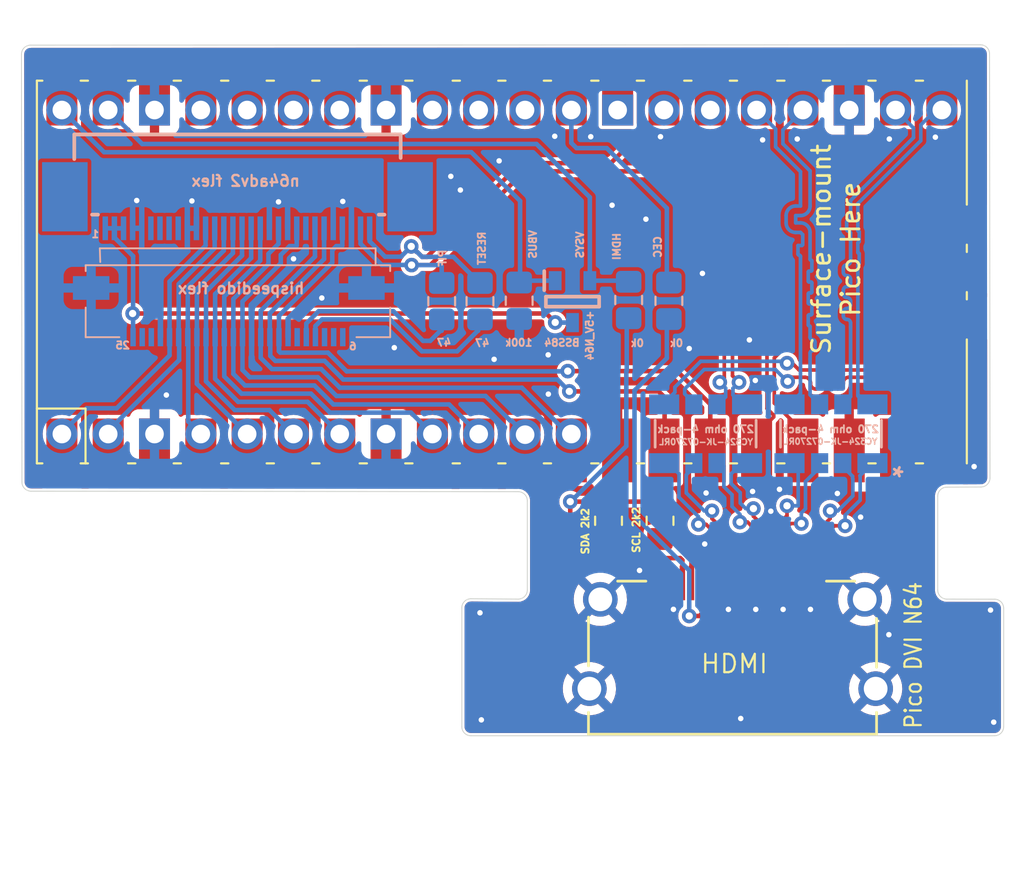
<source format=kicad_pcb>
(kicad_pcb (version 20211014) (generator pcbnew)
  (layers (0 "F.Cu" signal) (31 "B.Cu" signal) (34 "B.Paste" user) (35 "F.Paste" user) (36 "B.SilkS" user "B.Silkscreen") (37 "F.SilkS" user "F.Silkscreen") (38 "B.Mask" user) (39 "F.Mask" user) (44 "Edge.Cuts" user))
  (net 0 "")
  (net 1 "/PICO_CK-")
  (net 2 "/PICO_CK+")
  (net 3 "GND")
  (net 4 "/PICO_D0-")
  (net 5 "/PICO_D0+")
  (net 6 "/PICO_D1-")
  (net 7 "/PICO_D1+")
  (net 8 "/PICO_D2-")
  (net 9 "/PICO_D2+")
  (net 10 "/D2+")
  (net 11 "/D2-")
  (net 12 "/D1+")
  (net 13 "/D1-")
  (net 14 "/D0+")
  (net 15 "/D0-")
  (net 16 "/CK+")
  (net 17 "/CK-")
  (net 20 "AUDIO_BCLK")
  (net 21 "VIDEO_D0")
  (net 22 "VIDEO_D1")
  (net 23 "VIDEO_D2")
  (net 24 "VIDEO_D3")
  (net 25 "VIDEO_D4")
  (net 26 "VIDEO_D5")
  (net 27 "VIDEO_D6")
  (net 28 "VIDEO_CLK")
  (net 29 "AUDIO_LRCK")
  (net 30 "AUDIO_SDAT")
  (net 31 "+5V_HDMI")
  (net 32 "VIDEO_SYNC")
  (net 33 "+5V_N64")
  (net 34 "J3")
  (net 35 "J5")
  (net 36 "J4")
  (net 37 "SDA")
  (net 38 "SCL")
  (net 39 "VBUS")
  (net 40 "VSYS")
  (net 41 "CEC")
  (net 42 "CEC_CTRL")
  (net 43 "RESET")
  (net 44 "PIF")
  (footprint "Resistor_SMD:R_0805_2012Metric_Pad1.20x1.40mm_HandSolder" (layer "F.Cu") (at 154.85 104.8 -90)
    (fp_text reference "" hide)
    (fp_text value " " hide)
  )
  (footprint "dvi-sock:HDMI-SS-53000" (layer "F.Cu") (at 158.825 109.1125 180)
    (fp_text reference "J4" hide)
    (fp_text value "NOT_HDMI_A" hide)
  )
  (footprint "Resistor_SMD:R_0805_2012Metric_Pad1.20x1.40mm_HandSolder" (layer "F.Cu") (at 152.025 104.8 -90)
    (fp_text reference "" hide)
    (fp_text value " " hide)
  )
  (footprint "MCU_RaspberryPi_and_Boards:RPi_Pico_SMD_TH_Edit" (layer "F.Cu") (at 146.175 91.15 90)
    (fp_text reference "REF**" hide)
    (fp_text value "RPi_Pico_SMD_TH" hide)
  )
  (footprint "YC324:RES_YC324_YAG" (layer "B.Cu") (at 164.225 100.025 90)
    (fp_text reference "REF**" hide)
    (fp_text value "RES_YC324_YAG" hide)
  )
  (footprint "Resistor_SMD:R_0805_2012Metric_Pad1.20x1.40mm_HandSolder" (layer "B.Cu") (at 153.13 92.685 -90)
    (fp_text reference "" hide)
    (fp_text value " " hide)
  )
  (footprint "Resistor_SMD:R_0805_2012Metric_Pad1.20x1.40mm_HandSolder" (layer "B.Cu") (at 155.335 92.73 -90)
    (fp_text reference "" hide)
    (fp_text value " " hide)
  )
  (footprint "Resistor_SMD:R_0805_2012Metric_Pad1.20x1.40mm_HandSolder" (layer "B.Cu") (at 142.875 92.75 -90)
    (fp_text reference "" hide)
    (fp_text value " " hide)
  )
  (footprint "YC324:RES_YC324_YAG" (layer "B.Cu") (at 157.35 100.025 -90)
    (fp_text reference "REF**" hide)
    (fp_text value "RES_YC324_YAG" hide)
  )
  (footprint "Resistor_SMD:R_0805_2012Metric_Pad1.20x1.40mm_HandSolder" (layer "B.Cu") (at 144.975 92.75 -90)
    (fp_text reference "" hide)
    (fp_text value " " hide)
  )
  (footprint "n64adv2:FH12-30S-0.5SH" (layer "B.Cu") (at 131.675 85.5008)
    (fp_text reference "X1" hide)
    (fp_text value "3-1734592-0" hide)
  )
  (footprint "20pin connector KiCad:5051102091" (layer "B.Cu") (at 131.7 92.1)
    (fp_text reference "J**" hide)
    (fp_text value "5051102091" hide)
  )
  (footprint "Resistor_SMD:R_0805_2012Metric_Pad1.20x1.40mm_HandSolder" (layer "B.Cu") (at 147.125 92.725 -90)
    (fp_text reference "" hide)
    (fp_text value " " hide)
  )
  (footprint "BSS84:SOT95P240X120-3N" (layer "B.Cu") (at 150.05 92.775 -90)
    (fp_text reference "Q**" hide)
    (fp_text value "SOT95P240X120-3N" hide)
  )
  (gr_line (start 147.071447 103.203553) (end 120.353541 103.175) (layer "Edge.Cuts") (width 0.05))
  (gr_line (start 173.69646 109.60354) (end 173.69646 116.09646) (layer "Edge.Cuts") (width 0.05))
  (gr_arc (start 143.978536 109.578536) (mid 144.125 109.225) (end 144.478536 109.078536) (layer "Edge.Cuts") (width 0.05))
  (gr_arc (start 119.82854 79.2) (mid 119.975004 78.846464) (end 120.32854 78.7) (layer "Edge.Cuts") (width 0.05))
  (gr_arc (start 172.946461 102.446461) (mid 172.8 102.8) (end 172.446461 102.946461) (layer "Edge.Cuts") (width 0.05))
  (gr_arc (start 170.578516 109.096484) (mid 170.225 108.95) (end 170.078516 108.596484) (layer "Edge.Cuts") (width 0.05))
  (gr_arc (start 170.078553 103.453553) (mid 170.225013 103.100013) (end 170.578553 102.953553) (layer "Edge.Cuts") (width 0.05))
  (gr_line (start 173.19646 109.10354) (end 170.578516 109.096484) (layer "Edge.Cuts") (width 0.05))
  (gr_arc (start 120.353541 103.175) (mid 120 103.028538) (end 119.853541 102.675) (layer "Edge.Cuts") (width 0.05))
  (gr_arc (start 173.19646 109.10354) (mid 173.55 109.25) (end 173.69646 109.60354) (layer "Edge.Cuts") (width 0.05))
  (gr_line (start 119.853541 102.675) (end 119.82854 79.2) (layer "Edge.Cuts") (width 0.05))
  (gr_line (start 172.446461 102.946461) (end 170.578553 102.953553) (layer "Edge.Cuts") (width 0.05))
  (gr_line (start 143.978536 109.578536) (end 143.978511 116.096478) (layer "Edge.Cuts") (width 0.05))
  (gr_arc (start 172.421447 78.678553) (mid 172.774987 78.825013) (end 172.921447 79.178553) (layer "Edge.Cuts") (width 0.05))
  (gr_arc (start 144.478511 116.596478) (mid 144.125 116.45) (end 143.978511 116.096478) (layer "Edge.Cuts") (width 0.05))
  (gr_line (start 170.078553 103.453553) (end 170.078516 108.596484) (layer "Edge.Cuts") (width 0.05))
  (gr_line (start 120.32854 78.7) (end 172.421447 78.678553) (layer "Edge.Cuts") (width 0.05))
  (gr_arc (start 173.69646 116.09646) (mid 173.55 116.45) (end 173.19646 116.59646) (layer "Edge.Cuts") (width 0.05))
  (gr_line (start 173.19646 116.59646) (end 144.478511 116.596478) (layer "Edge.Cuts") (width 0.05))
  (gr_line (start 172.946461 102.446461) (end 172.921447 79.178553) (layer "Edge.Cuts") (width 0.05))
  (gr_line (start 147.07146 109.09646) (end 144.478536 109.078536) (layer "Edge.Cuts") (width 0.05))
  (gr_arc (start 147.071447 103.203553) (mid 147.425 103.35) (end 147.571447 103.703553) (layer "Edge.Cuts") (width 0.05))
  (gr_arc (start 147.57146 108.59646) (mid 147.425 108.95) (end 147.07146 109.09646) (layer "Edge.Cuts") (width 0.05))
  (gr_line (start 147.57146 108.59646) (end 147.571447 103.703553) (layer "Edge.Cuts") (width 0.05))
  (gr_text "VSYS" (at 150.46 89.66 90) (layer "B.SilkS") (effects (font (size 0.4 0.4) (thickness 0.1)) (justify mirror)))
  (gr_text "YC324-JK-07270RL" (at 164.2 100.45) (layer "B.SilkS") (effects (font (size 0.33 0.33) (thickness 0.0825)) (justify mirror)))
  (gr_text "47" (at 143 95.025) (layer "B.SilkS") (effects (font (size 0.4 0.4) (thickness 0.1)) (justify mirror)))
  (gr_text "25" (at 125.375 95.175) (layer "B.SilkS") (effects (font (size 0.4 0.4) (thickness 0.1)) (justify mirror)))
  (gr_text "6" (at 138 95.225) (layer "B.SilkS") (effects (font (size 0.4 0.4) (thickness 0.1)) (justify mirror)))
  (gr_text "100k" (at 147.1 95.025) (layer "B.SilkS") (effects (font (size 0.4 0.4) (thickness 0.1)) (justify mirror)))
  (gr_text "270 ohm 4-pack" (at 157.35 99.775) (layer "B.SilkS") (effects (font (size 0.4 0.4) (thickness 0.1)) (justify mirror)))
  (gr_text "CEC" (at 154.725 89.775 90) (layer "B.SilkS") (effects (font (size 0.4 0.4) (thickness 0.1)) (justify mirror)))
  (gr_text "YC324-JK-07270RL" (at 157.375 100.475) (layer "B.SilkS") (effects (font (size 0.33 0.33) (thickness 0.0825)) (justify mirror)))
  (gr_text "1" (at 123.875 89.075) (layer "B.SilkS") (effects (font (size 0.4 0.4) (thickness 0.1)) (justify mirror)))
  (gr_text "n64adv2 flex" (at 132.125 86.15) (layer "B.SilkS") (effects (font (size 0.6 0.6) (thickness 0.125)) (justify mirror)))
  (gr_text "47" (at 145.1 95.05) (layer "B.SilkS") (effects (font (size 0.4 0.4) (thickness 0.1)) (justify mirror)))
  (gr_text "0k" (at 155.75 95.05) (layer "B.SilkS") (effects (font (size 0.4 0.4) (thickness 0.1)) (justify mirror)))
  (gr_text "270 ohm 4-pack" (at 164.2 99.775) (layer "B.SilkS") (effects (font (size 0.4 0.4) (thickness 0.1)) (justify mirror)))
  (gr_text "0k" (at 153.6 95.05) (layer "B.SilkS") (effects (font (size 0.4 0.4) (thickness 0.1)) (justify mirror)))
  (gr_text "+5V_N64" (at 150.995 94.635 90) (layer "B.SilkS") (effects (font (size 0.4 0.4) (thickness 0.1)) (justify mirror)))
  (gr_text "BSS84" (at 149.47 95.03) (layer "B.SilkS") (effects (font (size 0.4 0.4) (thickness 0.1)) (justify mirror)))
  (gr_text "HDMI" (at 152.475 89.75 90) (layer "B.SilkS") (effects (font (size 0.4 0.4) (thickness 0.1)) (justify mirror)))
  (gr_text "PIF" (at 142.925 90.4 90) (layer "B.SilkS") (effects (font (size 0.4 0.4) (thickness 0.1)) (justify mirror)))
  (gr_text "VBUS" (at 147.875 89.63 90) (layer "B.SilkS") (effects (font (size 0.4 0.4) (thickness 0.1)) (justify mirror)))
  (gr_text "RESET" (at 145.075 89.85 90) (layer "B.SilkS") (effects (font (size 0.4 0.4) (thickness 0.1)) (justify mirror)))
  (gr_text "hispeedido flex" (at 131.875 92.05) (layer "B.SilkS") (effects (font (size 0.6 0.6) (thickness 0.125)) (justify mirror)))
  (gr_text "Pico DVI N64" (at 168.740649 112.180649 90) (layer "F.SilkS") (effects (font (size 0.9 0.8) (thickness 0.12))))
  (gr_text "SDA 2k2" (at 150.75 105.375 90) (layer "F.SilkS") (effects (font (size 0.4 0.4) (thickness 0.1))))
  (gr_text "HDMI" (at 158.925 112.65) (layer "F.SilkS") (effects (font (size 1 1) (thickness 0.125))))
  (gr_text "Surface-mount\nPico Here" (at 164.5 89.9 90) (layer "F.SilkS") (effects (font (size 1 1))))
  (gr_text "SCL 2k2" (at 153.55 105.3 90) (layer "F.SilkS") (effects (font (size 0.4 0.4) (thickness 0.1))))
  (segment (start 162.101091 96.151091) (end 162.475 96.525) (width 0.2) (layer "F.Cu") (net 1))
  (segment (start 162.475 96.525) (end 167.965686 96.525) (width 0.2) (layer "F.Cu") (net 1))
  (segment (start 169.075 97.634315) (end 169.075 99.1) (width 0.2) (layer "F.Cu") (net 1))
  (segment (start 167.965686 96.525) (end 169.075 97.634315) (width 0.2) (layer "F.Cu") (net 1))
  (segment (start 161.815555 96.151091) (end 162.101091 96.151091) (width 0.2) (layer "F.Cu") (net 1))
  (segment (start 169.075 99.1) (end 170.015 100.04) (width 0.2) (layer "F.Cu") (net 1))
  (segment (start 170.015 100.04) (end 170.305 100.04) (width 0.2) (layer "F.Cu") (net 1))
  (via (at 161.815555 96.151091) (size 0.8) (drill 0.4) (layers "F.Cu" "B.Cu") (net 1))
  (segment (start 155.6645 97.7481) (end 155.0767 98.3359) (width 0.2) (layer "B.Cu") (net 1))
  (segment (start 161.714464 96.05) (end 157.0818 96.05) (width 0.2) (layer "B.Cu") (net 1))
  (segment (start 155.0767 98.3359) (end 155.0767 98.4121) (width 0.2) (layer "B.Cu") (net 1))
  (segment (start 155.6645 97.4673) (end 155.6645 97.7481) (width 0.2) (layer "B.Cu") (net 1))
  (segment (start 157.0818 96.05) (end 155.6645 97.4673) (width 0.2) (layer "B.Cu") (net 1))
  (segment (start 161.815555 96.151091) (end 161.714464 96.05) (width 0.2) (layer "B.Cu") (net 1))
  (segment (start 168.675 97.8) (end 168.675 99.13) (width 0.2) (layer "F.Cu") (net 2))
  (segment (start 168.675 99.13) (end 167.765 100.04) (width 0.2) (layer "F.Cu") (net 2))
  (segment (start 167.8 96.925) (end 168.675 97.8) (width 0.2) (layer "F.Cu") (net 2))
  (segment (start 161.85 97.15) (end 162.075 96.925) (width 0.2) (layer "F.Cu") (net 2))
  (segment (start 163.7 97.270938) (end 163.7 97.225) (width 0.2) (layer "F.Cu") (net 2))
  (segment (start 164.9 97.270938) (end 164.9 97.225) (width 0.2) (layer "F.Cu") (net 2))
  (segment (start 165.2 96.925) (end 165.232419 96.925) (width 0.2) (layer "F.Cu") (net 2))
  (segment (start 162.075 96.925) (end 162.8 96.925) (width 0.2) (layer "F.Cu") (net 2))
  (segment (start 163.1 97.225) (end 163.1 97.270938) (width 0.2) (layer "F.Cu") (net 2))
  (segment (start 165.232419 96.925) (end 167.8 96.925) (width 0.2) (layer "F.Cu") (net 2))
  (segment (start 164.3 97.225) (end 164.3 97.270938) (width 0.2) (layer "F.Cu") (net 2))
  (via (at 161.85 97.15) (size 0.8) (drill 0.4) (layers "F.Cu" "B.Cu") (net 2))
  (arc (start 164.9 97.225) (mid 164.987868 97.012868) (end 165.2 96.925) (width 0.2) (layer "F.Cu") (net 2))
  (arc (start 163.7 97.225) (mid 163.787868 97.012868) (end 164 96.925) (width 0.2) (layer "F.Cu") (net 2))
  (arc (start 164.6 97.570938) (mid 164.812132 97.48307) (end 164.9 97.270938) (width 0.2) (layer "F.Cu") (net 2))
  (arc (start 164 96.925) (mid 164.212132 97.012868) (end 164.3 97.225) (width 0.2) (layer "F.Cu") (net 2))
  (arc (start 164.3 97.270938) (mid 164.387868 97.48307) (end 164.6 97.570938) (width 0.2) (layer "F.Cu") (net 2))
  (arc (start 163.4 97.570938) (mid 163.612132 97.48307) (end 163.7 97.270938) (width 0.2) (layer "F.Cu") (net 2))
  (arc (start 163.1 97.270938) (mid 163.187868 97.48307) (end 163.4 97.570938) (width 0.2) (layer "F.Cu") (net 2))
  (arc (start 162.8 96.925) (mid 163.012132 97.012868) (end 163.1 97.225) (width 0.2) (layer "F.Cu") (net 2))
  (segment (start 156.2022 97.566) (end 156.2022 97.8358) (width 0.2) (layer "B.Cu") (net 2))
  (segment (start 156.2022 97.8358) (end 156.7023 98.3359) (width 0.2) (layer "B.Cu") (net 2))
  (segment (start 161.85 97.15) (end 161.824514 97.15) (width 0.2) (layer "B.Cu") (net 2))
  (segment (start 161.174514 96.5) (end 157.2682 96.5) (width 0.2) (layer "B.Cu") (net 2))
  (segment (start 156.7023 98.3359) (end 156.7023 98.4121) (width 0.2) (layer "B.Cu") (net 2))
  (segment (start 157.2682 96.5) (end 156.2022 97.566) (width 0.2) (layer "B.Cu") (net 2))
  (segment (start 161.824514 97.15) (end 161.174514 96.5) (width 0.2) (layer "B.Cu") (net 2))
  (segment (start 155.585218 109.660109) (end 155.6 109.645327) (width 0.25) (layer "F.Cu") (net 3))
  (segment (start 160.075 109.6375) (end 160.1 109.6625) (width 0.25) (layer "F.Cu") (net 3))
  (segment (start 160.075 108.2125) (end 160.075 109.6375) (width 0.25) (layer "F.Cu") (net 3))
  (segment (start 158.6 108.2125) (end 158.6 109.6625) (width 0.25) (layer "F.Cu") (net 3))
  (segment (start 163.1 109.6625) (end 163.1 108.2375) (width 0.25) (layer "F.Cu") (net 3))
  (segment (start 155.6 109.645327) (end 155.6 108.2125) (width 0.25) (layer "F.Cu") (net 3))
  (segment (start 163.1 108.2375) (end 163.075 108.2125) (width 0.25) (layer "F.Cu") (net 3))
  (segment (start 161.6 108.2125) (end 161.6 109.6625) (width 0.25) (layer "F.Cu") (net 3))
  (via (at 129.175 87.25) (size 0.6) (drill 0.3) (layers "F.Cu" "B.Cu") (net 3))
  (via (at 146.025 85.05) (size 0.6) (drill 0.3) (layers "F.Cu" "B.Cu") (net 3))
  (via (at 167.425 83.85) (size 0.6) (drill 0.3) (layers "F.Cu" "B.Cu") (net 3))
  (via (at 157.175 91.225) (size 0.6) (drill 0.3) (layers "F.Cu" "B.Cu") (net 3))
  (via (at 157.375 103.275) (size 0.6) (drill 0.3) (layers "F.Cu" "B.Cu") (net 3))
  (via (at 161.6 109.6625) (size 0.6) (drill 0.3) (layers "F.Cu" "B.Cu") (net 3))
  (via (at 160.475 83.9) (size 0.6) (drill 0.3) (layers "F.Cu" "B.Cu") (net 3))
  (via (at 143.375 85.9) (size 0.6) (drill 0.3) (layers "F.Cu" "B.Cu") (net 3))
  (via (at 169.95 83.75) (size 0.6) (drill 0.3) (layers "F.Cu" "B.Cu") (net 3))
  (via (at 140.275 95.3) (size 0.6) (drill 0.3) (layers "F.Cu" "B.Cu") (net 3))
  (via (at 160.925 104.275) (size 0.6) (drill 0.3) (layers "F.Cu" "B.Cu") (net 3))
  (via (at 126.15 87.225) (size 0.6) (drill 0.3) (layers "F.Cu" "B.Cu") (net 3))
  (via (at 153.725 107.525) (size 0.6) (drill 0.3) (layers "F.Cu" "B.Cu") (net 3))
  (via (at 173.15 115.85) (size 0.6) (drill 0.3) (layers "F.Cu" "B.Cu") (net 3))
  (via (at 145.75 95.94016) (size 0.6) (drill 0.3) (layers "F.Cu" "B.Cu") (net 3))
  (via (at 154.875 83.725) (size 0.6) (drill 0.3) (layers "F.Cu" "B.Cu") (net 3))
  (via (at 127.775 97.9) (size 0.6) (drill 0.3) (layers "F.Cu" "B.Cu") (net 3))
  (via (at 151.05 83.725) (size 0.6) (drill 0.3) (layers "F.Cu" "B.Cu") (net 3))
  (via (at 154.075 88.25) (size 0.6) (drill 0.3) (layers "F.Cu" "B.Cu") (net 3))
  (via (at 164.575 103.3) (size 0.6) (drill 0.3) (layers "F.Cu" "B.Cu") (net 3))
  (via (at 158.6 109.6625) (size 0.6) (drill 0.3) (layers "F.Cu" "B.Cu") (net 3))
  (via (at 159.75 94.875) (size 0.6) (drill 0.3) (layers "F.Cu" "B.Cu") (net 3))
  (via (at 133.925 87.3) (size 0.6) (drill 0.3) (layers "F.Cu" "B.Cu") (net 3))
  (via (at 144.975 109.85) (size 0.6) (drill 0.3) (layers "F.Cu" "B.Cu") (net 3))
  (via (at 136.3 92.575) (size 0.6) (drill 0.3) (layers "F.Cu" "B.Cu") (net 3))
  (via (at 160.1 109.6625) (size 0.6) (drill 0.3) (layers "F.Cu" "B.Cu") (net 3))
  (via (at 163.1 109.6625) (size 0.6) (drill 0.3) (layers "F.Cu" "B.Cu") (net 3))
  (via (at 157.3 106.075) (size 0.6) (drill 0.3) (layers "F.Cu" "B.Cu") (net 3))
  (via (at 162.375 83.85) (size 0.6) (drill 0.3) (layers "F.Cu" "B.Cu") (net 3))
  (via (at 167.4 111.05) (size 0.6) (drill 0.3) (layers "F.Cu" "B.Cu") (net 3))
  (via (at 165.85 104.6) (size 0.6) (drill 0.3) (layers "F.Cu" "B.Cu") (net 3))
  (via (at 145.05 115.725) (size 0.6) (drill 0.3) (layers "F.Cu" "B.Cu") (net 3))
  (via (at 159.275 115.65) (size 0.6) (drill 0.3) (layers "F.Cu" "B.Cu") (net 3))
  (via (at 137.45 87.275) (size 0.6) (drill 0.3) (layers "F.Cu" "B.Cu") (net 3))
  (via (at 172.075 101.825) (size 0.6) (drill 0.3) (layers "F.Cu" "B.Cu") (net 3))
  (via (at 160.075 97.0995) (size 0.6) (drill 0.3) (layers "F.Cu" "B.Cu") (net 3))
  (via (at 155.585218 109.660109) (size 0.6) (drill 0.3) (layers "F.Cu" "B.Cu") (net 3))
  (via (at 148.715 95.695) (size 0.6) (drill 0.3) (layers "F.Cu" "B.Cu") (net 3))
  (via (at 143.9 86.65) (size 0.6) (drill 0.3) (layers "F.Cu" "B.Cu") (net 3))
  (via (at 149.075 83.7) (size 0.6) (drill 0.3) (layers "F.Cu" "B.Cu") (net 3))
  (via (at 161.4 103.075) (size 0.6) (drill 0.3) (layers "F.Cu" "B.Cu") (net 3))
  (via (at 148.725 97.85) (size 0.6) (drill 0.3) (layers "F.Cu" "B.Cu") (net 3))
  (via (at 159.925 103.189502) (size 0.6) (drill 0.3) (layers "F.Cu" "B.Cu") (net 3))
  (via (at 172.975 109.7) (size 0.6) (drill 0.3) (layers "F.Cu" "B.Cu") (net 3))
  (via (at 156.45 95.35) (size 0.6) (drill 0.3) (layers "F.Cu" "B.Cu") (net 3))
  (via (at 152.22 87.485) (size 0.6) (drill 0.3) (layers "F.Cu" "B.Cu") (net 3))
  (via (at 134.75 90.425) (size 0.6) (drill 0.3) (layers "F.Cu" "B.Cu") (net 3))
  (segment (start 134.45 94.75) (end 134.45 94.1) (width 0.25) (layer "B.Cu") (net 3))
  (segment (start 160.525 91.4) (end 161.474593 92.349593) (width 0.2) (layer "F.Cu") (net 4))
  (segment (start 161.474593 95.502103) (end 161.115555 95.861141) (width 0.2) (layer "F.Cu") (net 4))
  (segment (start 158.127324 97.1995) (end 158.374053 96.952771) (width 0.2) (layer "F.Cu") (net 4))
  (segment (start 158.374053 96.952771) (end 158.374053 92.485261) (width 0.2) (layer "F.Cu") (net 4))
  (segment (start 161.474593 92.349593) (end 161.474593 95.502103) (width 0.2) (layer "F.Cu") (net 4))
  (segment (start 161.115555 95.861141) (end 161.115555 98.340555) (width 0.2) (layer "F.Cu") (net 4))
  (segment (start 162.685 99.91) (end 162.685 100.04) (width 0.2) (layer "F.Cu") (net 4))
  (segment (start 158.374053 92.485261) (end 159.459314 91.4) (width 0.2) (layer "F.Cu") (net 4))
  (segment (start 161.115555 98.340555) (end 162.685 99.91) (width 0.2) (layer "F.Cu") (net 4))
  (segment (start 159.459314 91.4) (end 160.525 91.4) (width 0.2) (layer "F.Cu") (net 4))
  (via (at 158.127324 97.1995) (size 0.8) (drill 0.4) (layers "F.Cu" "B.Cu") (net 4))
  (segment (start 158.45 98) (end 158.0379 98.4121) (width 0.2) (layer "B.Cu") (net 4))
  (segment (start 158.0379 98.4121) (end 157.9723 98.4121) (width 0.2) (layer "B.Cu") (net 4))
  (segment (start 158.45 97.522176) (end 158.45 98) (width 0.2) (layer "B.Cu") (net 4))
  (segment (start 158.127324 97.1995) (end 158.45 97.522176) (width 0.2) (layer "B.Cu") (net 4))
  (segment (start 158.824055 93.224055) (end 158.824055 92.600945) (width 0.2) (layer "F.Cu") (net 5))
  (segment (start 160.715555 98.640555) (end 161.085 99.01) (width 0.2) (layer "F.Cu") (net 5))
  (segment (start 161.085 99.1) (end 160.145 100.04) (width 0.2) (layer "F.Cu") (net 5))
  (segment (start 159.476777 93.524055) (end 159.124055 93.524055) (width 0.2) (layer "F.Cu") (net 5))
  (segment (start 161.024593 95.386417) (end 160.715555 95.695455) (width 0.2) (layer "F.Cu") (net 5))
  (segment (start 159.181306 97.201554) (end 158.824055 96.844303) (width 0.2) (layer "F.Cu") (net 5))
  (segment (start 161.024593 92.574593) (end 161.024593 95.386417) (width 0.2) (layer "F.Cu") (net 5))
  (segment (start 160.715555 95.695455) (end 160.715555 98.640555) (width 0.2) (layer "F.Cu") (net 5))
  (segment (start 161.085 99.01) (end 161.085 99.1) (width 0.2) (layer "F.Cu") (net 5))
  (segment (start 158.824055 92.600945) (end 159.625 91.8) (width 0.2) (layer "F.Cu") (net 5))
  (segment (start 158.824055 96.844303) (end 158.824055 94.424055) (width 0.2) (layer "F.Cu") (net 5))
  (segment (start 160.25 91.8) (end 161.024593 92.574593) (width 0.2) (layer "F.Cu") (net 5))
  (segment (start 159.625 91.8) (end 160.25 91.8) (width 0.2) (layer "F.Cu") (net 5))
  (segment (start 159.124055 94.124055) (end 159.476777 94.124055) (width 0.2) (layer "F.Cu") (net 5))
  (via (at 159.181306 97.201554) (size 0.8) (drill 0.4) (layers "F.Cu" "B.Cu") (net 5))
  (arc (start 159.776777 93.824055) (mid 159.688909 93.611923) (end 159.476777 93.524055) (width 0.2) (layer "F.Cu") (net 5))
  (arc (start 158.824055 94.424055) (mid 158.911923 94.211923) (end 159.124055 94.124055) (width 0.2) (layer "F.Cu") (net 5))
  (arc (start 159.124055 93.524055) (mid 158.911923 93.436187) (end 158.824055 93.224055) (width 0.2) (layer "F.Cu") (net 5))
  (arc (start 159.476777 94.124055) (mid 159.688909 94.036187) (end 159.776777 93.824055) (width 0.2) (layer "F.Cu") (net 5))
  (segment (start 158.85 97.53286) (end 158.85 97.9) (width 0.2) (layer "B.Cu") (net 5))
  (segment (start 159.3621 98.4121) (end 159.6233 98.4121) (width 0.2) (layer "B.Cu") (net 5))
  (segment (start 158.85 97.9) (end 159.3621 98.4121) (width 0.2) (layer "B.Cu") (net 5))
  (segment (start 159.181306 97.201554) (end 158.85 97.53286) (width 0.2) (layer "B.Cu") (net 5))
  (segment (start 162.629839 89.695161) (end 162.675 89.65) (width 0.2) (layer "B.Cu") (net 6))
  (segment (start 162.675 89.65) (end 162.675 89.1) (width 0.2) (layer "B.Cu") (net 6))
  (segment (start 162.675 89.1) (end 162.5522 88.9772) (width 0.2) (layer "B.Cu") (net 6))
  (segment (start 161.19 83.305) (end 160.145 82.26) (width 0.2) (layer "B.Cu") (net 6))
  (segment (start 161.19 84.280686) (end 161.19 83.305) (width 0.2) (layer "B.Cu") (net 6))
  (segment (start 162.5522 88.9772) (end 162.2897 88.9772) (width 0.2) (layer "B.Cu") (net 6))
  (segment (start 162.5522 97.8116) (end 162.5522 90.295161) (width 0.2) (layer "B.Cu") (net 6))
  (segment (start 162.2897 87.5272) (end 162.5522 87.5272) (width 0.2) (layer "B.Cu") (net 6))
  (segment (start 162.5522 87.5272) (end 162.5522 85.642886) (width 0.2) (layer "B.Cu") (net 6))
  (segment (start 162.5522 85.642886) (end 161.19 84.280686) (width 0.2) (layer "B.Cu") (net 6))
  (segment (start 161.9517 98.4121) (end 162.5522 97.8116) (width 0.2) (layer "B.Cu") (net 6))
  (segment (start 161.7647 88.4522) (end 161.7647 88.0522) (width 0.2) (layer "B.Cu") (net 6))
  (segment (start 162.416277 89.695161) (end 162.629839 89.695161) (width 0.2) (layer "B.Cu") (net 6))
  (segment (start 162.484239 90.2272) (end 162.484238 90.2272) (width 0.2) (layer "B.Cu") (net 6))
  (segment (start 162.416277 90.159239) (end 162.416277 89.695161) (width 0.2) (layer "B.Cu") (net 6))
  (arc (start 161.7647 88.0522) (mid 161.918469 87.680969) (end 162.2897 87.5272) (width 0.2) (layer "B.Cu") (net 6))
  (arc (start 162.2897 88.9772) (mid 161.918469 88.823431) (end 161.7647 88.4522) (width 0.2) (layer "B.Cu") (net 6))
  (arc (start 162.5522 90.295161) (mid 162.532295 90.247105) (end 162.484239 90.2272) (width 0.2) (layer "B.Cu") (net 6))
  (arc (start 162.484238 90.2272) (mid 162.436182 90.207295) (end 162.416277 90.159239) (width 0.2) (layer "B.Cu") (net 6))
  (segment (start 163.0772 92.8978) (end 163.1272 92.8978) (width 0.2) (layer "B.Cu") (net 7))
  (segment (start 163.1772 90.5478) (end 163.1772 91.0478) (width 0.2) (layer "B.Cu") (net 7))
  (segment (start 163.0772 93.4978) (end 163.0272 93.4978) (width 0.2) (layer "B.Cu") (net 7))
  (segment (start 163.213274 95.463273) (end 163.213273 95.463273) (width 0.2) (layer "B.Cu") (net 7))
  (segment (start 163.0772 88.9772) (end 163.0772 90.4478) (width 0.2) (layer "B.Cu") (net 7))
  (segment (start 161.59 84.115) (end 163.0772 85.6022) (width 0.2) (layer "B.Cu") (net 7))
  (segment (start 163.1772 91.7478) (end 163.1772 92.2478) (width 0.2) (layer "B.Cu") (net 7))
  (segment (start 163.0272 92.8978) (end 163.0772 92.8978) (width 0.2) (layer "B.Cu") (net 7))
  (segment (start 163.0772 95.9272) (end 163.0772 97.8866) (width 0.2) (layer "B.Cu") (net 7))
  (segment (start 163.0772 92.2978) (end 163.0272 92.2978) (width 0.2) (layer "B.Cu") (net 7))
  (segment (start 163.349347 94.999346) (end 163.349347 95.3272) (width 0.2) (layer "B.Cu") (net 7))
  (segment (start 163.1272 93.4978) (end 163.0772 93.4978) (width 0.2) (layer "B.Cu") (net 7))
  (segment (start 163.0272 91.6978) (end 163.0772 91.6978) (width 0.2) (layer "B.Cu") (net 7))
  (segment (start 161.59 83.355) (end 161.59 84.115) (width 0.2) (layer "B.Cu") (net 7))
  (segment (start 163.0772 97.8866) (end 163.6027 98.4121) (width 0.2) (layer "B.Cu") (net 7))
  (segment (start 162.5522 88.0522) (end 162.2897 88.0522) (width 0.2) (layer "B.Cu") (net 7))
  (segment (start 163.1772 92.9478) (end 163.1772 93.4478) (width 0.2) (layer "B.Cu") (net 7))
  (segment (start 162.2897 88.0522) (end 162.2897 88.4522) (width 0.2) (layer "B.Cu") (net 7))
  (segment (start 163.1272 92.2978) (end 163.0772 92.2978) (width 0.2) (layer "B.Cu") (net 7))
  (segment (start 162.9772 91.1478) (end 162.9772 91.6478) (width 0.2) (layer "B.Cu") (net 7))
  (segment (start 163.0772 94.1478) (end 163.0772 94.7272) (width 0.2) (layer "B.Cu") (net 7))
  (segment (start 162.685 82.26) (end 161.59 83.355) (width 0.2) (layer "B.Cu") (net 7))
  (segment (start 162.2897 88.4522) (end 162.5522 88.4522) (width 0.2) (layer "B.Cu") (net 7))
  (segment (start 163.0772 95.599346) (end 163.0772 95.9272) (width 0.2) (layer "B.Cu") (net 7))
  (segment (start 162.9772 92.3478) (end 162.9772 92.8478) (width 0.2) (layer "B.Cu") (net 7))
  (segment (start 162.9772 93.5478) (end 162.9772 94.0478) (width 0.2) (layer "B.Cu") (net 7))
  (segment (start 163.213273 94.863273) (end 163.213274 94.863273) (width 0.2) (layer "B.Cu") (net 7))
  (segment (start 163.0772 85.6022) (end 163.0772 87.5272) (width 0.2) (layer "B.Cu") (net 7))
  (segment (start 163.1272 91.0978) (end 163.0772 91.0978) (width 0.2) (layer "B.Cu") (net 7))
  (segment (start 163.0772 91.6978) (end 163.1272 91.6978) (width 0.2) (layer "B.Cu") (net 7))
  (segment (start 163.0772 91.0978) (end 163.0272 91.0978) (width 0.2) (layer "B.Cu") (net 7))
  (arc (start 163.1272 91.6978) (mid 163.162555 91.712445) (end 163.1772 91.7478) (width 0.2) (layer "B.Cu") (net 7))
  (arc (start 163.1272 92.8978) (mid 163.162555 92.912445) (end 163.1772 92.9478) (width 0.2) (layer "B.Cu") (net 7))
  (arc (start 162.9772 91.6478) (mid 162.991845 91.683155) (end 163.0272 91.6978) (width 0.2) (layer "B.Cu") (net 7))
  (arc (start 163.0772 87.5272) (mid 162.923431 87.898431) (end 162.5522 88.0522) (width 0.2) (layer "B.Cu") (net 7))
  (arc (start 162.9772 92.8478) (mid 162.991845 92.883155) (end 163.0272 92.8978) (width 0.2) (layer "B.Cu") (net 7))
  (arc (start 163.0272 93.4978) (mid 162.991845 93.512445) (end 162.9772 93.5478) (width 0.2) (layer "B.Cu") (net 7))
  (arc (start 163.0772 90.4478) (mid 163.091845 90.483155) (end 163.1272 90.4978) (width 0.2) (layer "B.Cu") (net 7))
  (arc (start 162.9772 94.0478) (mid 162.991845 94.083155) (end 163.0272 94.0978) (width 0.2) (layer "B.Cu") (net 7))
  (arc (start 163.213274 94.863273) (mid 163.309492 94.903128) (end 163.349347 94.999346) (width 0.2) (layer "B.Cu") (net 7))
  (arc (start 163.0272 94.0978) (mid 163.062555 94.112445) (end 163.0772 94.1478) (width 0.2) (layer "B.Cu") (net 7))
  (arc (start 163.1272 90.4978) (mid 163.162555 90.512445) (end 163.1772 90.5478) (width 0.2) (layer "B.Cu") (net 7))
  (arc (start 163.0772 94.7272) (mid 163.117055 94.823418) (end 163.213273 94.863273) (width 0.2) (layer "B.Cu") (net 7))
  (arc (start 163.0272 91.0978) (mid 162.991845 91.112445) (end 162.9772 91.1478) (width 0.2) (layer "B.Cu") (net 7))
  (arc (start 162.5522 88.4522) (mid 162.923431 88.605969) (end 163.0772 88.9772) (width 0.2) (layer "B.Cu") (net 7))
  (arc (start 163.1772 93.4478) (mid 163.162555 93.483155) (end 163.1272 93.4978) (width 0.2) (layer "B.Cu") (net 7))
  (arc (start 163.1772 92.2478) (mid 163.162555 92.283155) (end 163.1272 92.2978) (width 0.2) (layer "B.Cu") (net 7))
  (arc (start 163.1772 91.0478) (mid 163.162555 91.083155) (end 163.1272 91.0978) (width 0.2) (layer "B.Cu") (net 7))
  (arc (start 163.0272 92.2978) (mid 162.991845 92.312445) (end 162.9772 92.3478) (width 0.2) (layer "B.Cu") (net 7))
  (arc (start 163.349347 95.3272) (mid 163.309492 95.423418) (end 163.213274 95.463273) (width 0.2) (layer "B.Cu") (net 7))
  (arc (start 163.213273 95.463273) (mid 163.117055 95.503128) (end 163.0772 95.599346) (width 0.2) (layer "B.Cu") (net 7))
  (segment (start 165.3 92.75) (end 165.3 92.95) (width 0.2) (layer "B.Cu") (net 8))
  (segment (start 164.9 93.35) (end 164.9 93.55) (width 0.2) (layer "B.Cu") (net 8))
  (segment (start 164.9 90.95) (end 164.9 91.15) (width 0.2) (layer "B.Cu") (net 8))
  (segment (start 165.085716 88.414284) (end 165.085716 88.8) (width 0.2) (layer "B.Cu") (net 8))
  (segment (start 168.75 83.775) (end 165.3 87.225) (width 0.2) (layer "B.Cu") (net 8))
  (segment (start 165.3 91.55) (end 165.3 91.75) (width 0.2) (layer "B.Cu") (net 8))
  (segment (start 165.3 89.014284) (end 165.3 89.4) (width 0.2) (layer "B.Cu") (net 8))
  (segment (start 165.3 93.95) (end 165.3 94.15) (width 0.2) (layer "B.Cu") (net 8))
  (segment (start 165.3 87.225) (end 165.3 88.2) (width 0.2) (layer "B.Cu") (net 8))
  (segment (start 167.765 82.26) (end 168.75 83.245) (width 0.2) (layer "B.Cu") (net 8))
  (segment (start 168.75 83.245) (end 168.75 83.775) (width 0.2) (layer "B.Cu") (net 8))
  (segment (start 164.9 92.15) (end 164.9 92.35) (width 0.2) (layer "B.Cu") (net 8))
  (segment (start 165.3 94.15) (end 165.3 97.984801) (width 0.2) (layer "B.Cu") (net 8))
  (segment (start 165.3 89.4) (end 165.3 90.55) (width 0.2) (layer "B.Cu") (net 8))
  (segment (start 165.3 97.984801) (end 164.872701 98.4121) (width 0.2) (layer "B.Cu") (net 8))
  (arc (start 164.9 93.55) (mid 164.958579 93.691421) (end 165.1 93.75) (width 0.2) (layer "B.Cu") (net 8))
  (arc (start 164.9 92.35) (mid 164.958579 92.491421) (end 165.1 92.55) (width 0.2) (layer "B.Cu") (net 8))
  (arc (start 165.1 91.95) (mid 164.958579 92.008579) (end 164.9 92.15) (width 0.2) (layer "B.Cu") (net 8))
  (arc (start 165.3 90.55) (mid 165.241421 90.691421) (end 165.1 90.75) (width 0.2) (layer "B.Cu") (net 8))
  (arc (start 165.192858 88.907142) (mid 165.268619 88.938523) (end 165.3 89.014284) (width 0.2) (layer "B.Cu") (net 8))
  (arc (start 165.1 91.35) (mid 165.241421 91.408579) (end 165.3 91.55) (width 0.2) (layer "B.Cu") (net 8))
  (arc (start 165.3 88.2) (mid 165.268619 88.275761) (end 165.192858 88.307142) (width 0.2) (layer "B.Cu") (net 8))
  (arc (start 165.3 92.95) (mid 165.241421 93.091421) (end 165.1 93.15) (width 0.2) (layer "B.Cu") (net 8))
  (arc (start 165.1 93.15) (mid 164.958579 93.208579) (end 164.9 93.35) (width 0.2) (layer "B.Cu") (net 8))
  (arc (start 165.1 93.75) (mid 165.241421 93.808579) (end 165.3 93.95) (width 0.2) (layer "B.Cu") (net 8))
  (arc (start 165.3 91.75) (mid 165.241421 91.891421) (end 165.1 91.95) (width 0.2) (layer "B.Cu") (net 8))
  (arc (start 165.1 90.75) (mid 164.958579 90.808579) (end 164.9 90.95) (width 0.2) (layer "B.Cu") (net 8))
  (arc (start 164.9 91.15) (mid 164.958579 91.291421) (end 165.1 91.35) (width 0.2) (layer "B.Cu") (net 8))
  (arc (start 165.085716 88.8) (mid 165.117097 88.875761) (end 165.192858 88.907142) (width 0.2) (layer "B.Cu") (net 8))
  (arc (start 165.192858 88.307142) (mid 165.117097 88.338523) (end 165.085716 88.414284) (width 0.2) (layer "B.Cu") (net 8))
  (arc (start 165.1 92.55) (mid 165.241421 92.608579) (end 165.3 92.75) (width 0.2) (layer "B.Cu") (net 8))
  (segment (start 165.774845 90.149844) (end 165.774845 90.675) (width 0.2) (layer "B.Cu") (net 9))
  (segment (start 169.15 83.079315) (end 169.15 83.940686) (width 0.2) (layer "B.Cu") (net 9))
  (segment (start 165.737423 89.512422) (end 165.737422 89.512422) (width 0.2) (layer "B.Cu") (net 9))
  (segment (start 165.7 90.749844) (end 165.7 91.275) (width 0.2) (layer "B.Cu") (net 9))
  (segment (start 170.305 82.26) (end 169.969315 82.26) (width 0.2) (layer "B.Cu") (net 9))
  (segment (start 165.7 97.875) (end 166.2371 98.4121) (width 0.2) (layer "B.Cu") (net 9))
  (segment (start 166.2371 98.4121) (end 166.4983 98.4121) (width 0.2) (layer "B.Cu") (net 9))
  (segment (start 169.15 83.940686) (end 165.7 87.390686) (width 0.2) (layer "B.Cu") (net 9))
  (segment (start 165.774845 88.949844) (end 165.774845 89.475) (width 0.2) (layer "B.Cu") (net 9))
  (segment (start 169.969315 82.26) (end 169.15 83.079315) (width 0.2) (layer "B.Cu") (net 9))
  (segment (start 165.7 89.549844) (end 165.7 90.075) (width 0.2) (layer "B.Cu") (net 9))
  (segment (start 165.737423 90.712422) (end 165.737422 90.712422) (width 0.2) (layer "B.Cu") (net 9))
  (segment (start 165.737422 90.112422) (end 165.737423 90.112422) (width 0.2) (layer "B.Cu") (net 9))
  (segment (start 165.737422 88.912422) (end 165.737423 88.912422) (width 0.2) (layer "B.Cu") (net 9))
  (segment (start 165.7 87.390686) (end 165.7 88.875) (width 0.2) (layer "B.Cu") (net 9))
  (segment (start 166.1621 98.4121) (end 165.7 97.95) (width 0.2) (layer "B.Cu") (net 9))
  (segment (start 165.7 91.275) (end 165.7 97.875) (width 0.2) (layer "B.Cu") (net 9))
  (arc (start 165.737422 90.712422) (mid 165.710961 90.723383) (end 165.7 90.749844) (width 0.2) (layer "B.Cu") (net 9))
  (arc (start 165.737423 90.112422) (mid 165.763884 90.123383) (end 165.774845 90.149844) (width 0.2) (layer "B.Cu") (net 9))
  (arc (start 165.774845 90.675) (mid 165.763884 90.701461) (end 165.737423 90.712422) (width 0.2) (layer "B.Cu") (net 9))
  (arc (start 165.774845 89.475) (mid 165.763884 89.501461) (end 165.737423 89.512422) (width 0.2) (layer "B.Cu") (net 9))
  (arc (start 165.7 90.075) (mid 165.710961 90.101461) (end 165.737422 90.112422) (width 0.2) (layer "B.Cu") (net 9))
  (arc (start 165.737422 89.512422) (mid 165.710961 89.523383) (end 165.7 89.549844) (width 0.2) (layer "B.Cu") (net 9))
  (arc (start 165.7 88.875) (mid 165.710961 88.901461) (end 165.737422 88.912422) (width 0.2) (layer "B.Cu") (net 9))
  (arc (start 165.737423 88.912422) (mid 165.763884 88.923383) (end 165.774845 88.949844) (width 0.2) (layer "B.Cu") (net 9))
  (segment (start 163.575 106.787499) (end 163.575 108.2125) (width 0.2) (layer "F.Cu") (net 10))
  (segment (start 163.3 106.512499) (end 163.575 106.787499) (width 0.2) (layer "F.Cu") (net 10))
  (segment (start 165 105.075) (end 164.418199 105.075) (width 0.2) (layer "F.Cu") (net 10))
  (segment (start 163.3 106.193199) (end 163.3 106.512499) (width 0.2) (layer "F.Cu") (net 10))
  (segment (start 164.418199 105.075) (end 163.3 106.193199) (width 0.2) (layer "F.Cu") (net 10))
  (via (at 165 105.075) (size 0.8) (drill 0.4) (layers "F.Cu" "B.Cu") (net 10))
  (segment (start 165 104.493199) (end 165.825 103.668199) (width 0.2) (layer "B.Cu") (net 10))
  (segment (start 165 105.075) (end 165 104.493199) (width 0.2) (layer "B.Cu") (net 10))
  (segment (start 165.825 102.3388) (end 165.8112 102.325) (width 0.2) (layer "B.Cu") (net 10))
  (segment (start 165.8112 102.325) (end 166.4983 101.6379) (width 0.2) (layer "B.Cu") (net 10))
  (segment (start 165.825 103.668199) (end 165.825 102.3388) (width 0.2) (layer "B.Cu") (net 10))
  (segment (start 162.85 106.512499) (end 162.575 106.787499) (width 0.2) (layer "F.Cu") (net 11))
  (segment (start 162.575 106.787499) (end 162.575 108.2125) (width 0.2) (layer "F.Cu") (net 11))
  (segment (start 162.85 106.006801) (end 162.85 106.512499) (width 0.2) (layer "F.Cu") (net 11))
  (segment (start 164.178768 104.678033) (end 162.85 106.006801) (width 0.2) (layer "F.Cu") (net 11))
  (segment (start 164.178768 104.253768) (end 164.178768 104.678033) (width 0.2) (layer "F.Cu") (net 11))
  (via (at 164.178768 104.253768) (size 0.8) (drill 0.4) (layers "F.Cu" "B.Cu") (net 11))
  (segment (start 165.425 103.431801) (end 165.425 102.504486) (width 0.2) (layer "B.Cu") (net 11))
  (segment (start 164.603033 104.253768) (end 165.425 103.431801) (width 0.2) (layer "B.Cu") (net 11))
  (segment (start 165.425 102.504486) (end 165.4112 102.490686) (width 0.2) (layer "B.Cu") (net 11))
  (segment (start 164.178768 104.253768) (end 164.603033 104.253768) (width 0.2) (layer "B.Cu") (net 11))
  (segment (start 165.4112 102.490686) (end 165.4112 102.3612) (width 0.2) (layer "B.Cu") (net 11))
  (segment (start 165.4112 102.3612) (end 164.872701 101.822701) (width 0.2) (layer "B.Cu") (net 11))
  (segment (start 162.6 104.95) (end 162.018199 104.95) (width 0.2) (layer "F.Cu") (net 12))
  (segment (start 161.8 106.512499) (end 162.075 106.787499) (width 0.2) (layer "F.Cu") (net 12))
  (segment (start 161.8 105.168199) (end 161.8 106.512499) (width 0.2) (layer "F.Cu") (net 12))
  (segment (start 162.075 106.787499) (end 162.075 108.2125) (width 0.2) (layer "F.Cu") (net 12))
  (segment (start 162.018199 104.95) (end 161.8 105.168199) (width 0.2) (layer "F.Cu") (net 12))
  (via (at 162.6 104.95) (size 0.8) (drill 0.4) (layers "F.Cu" "B.Cu") (net 12))
  (segment (start 163.4277 102.0473) (end 162.8272 102.6478) (width 0.2) (layer "B.Cu") (net 12))
  (segment (start 162.8272 102.6478) (end 162.8272 104.140999) (width 0.2) (layer "B.Cu") (net 12))
  (segment (start 163.4277 101.6379) (end 163.4277 102.0473) (width 0.2) (layer "B.Cu") (net 12))
  (segment (start 162.8272 104.140999) (end 162.6 104.368199) (width 0.2) (layer "B.Cu") (net 12))
  (segment (start 162.6 104.368199) (end 162.6 104.95) (width 0.2) (layer "B.Cu") (net 12))
  (segment (start 161.075 106.787499) (end 161.075 108.2125) (width 0.2) (layer "F.Cu") (net 13))
  (segment (start 161.35 106.512499) (end 161.075 106.787499) (width 0.2) (layer "F.Cu") (net 13))
  (segment (start 161.812884 104.518917) (end 161.35 104.981801) (width 0.2) (layer "F.Cu") (net 13))
  (segment (start 161.812884 103.976617) (end 161.812884 104.518917) (width 0.2) (layer "F.Cu") (net 13))
  (segment (start 161.35 104.981801) (end 161.35 106.512499) (width 0.2) (layer "F.Cu") (net 13))
  (via (at 161.812884 103.976617) (size 0.8) (drill 0.4) (layers "F.Cu" "B.Cu") (net 13))
  (segment (start 161.9517 101.6379) (end 162.4272 102.1134) (width 0.2) (layer "B.Cu") (net 13))
  (segment (start 162.425896 103.976617) (end 161.812884 103.976617) (width 0.2) (layer "B.Cu") (net 13))
  (segment (start 162.4272 102.1134) (end 162.4272 103.975313) (width 0.2) (layer "B.Cu") (net 13))
  (segment (start 162.4272 103.975313) (end 162.425896 103.976617) (width 0.2) (layer "B.Cu") (net 13))
  (segment (start 159.971232 104.553033) (end 159.971232 104.128768) (width 0.2) (layer "F.Cu") (net 14))
  (segment (start 160.3 106.512499) (end 160.3 104.881801) (width 0.2) (layer "F.Cu") (net 14))
  (segment (start 160.3 104.881801) (end 159.971232 104.553033) (width 0.2) (layer "F.Cu") (net 14))
  (segment (start 160.575 108.2125) (end 160.575 106.787499) (width 0.2) (layer "F.Cu") (net 14))
  (segment (start 160.575 106.787499) (end 160.3 106.512499) (width 0.2) (layer "F.Cu") (net 14))
  (via (at 159.971232 104.128768) (size 0.8) (drill 0.4) (layers "F.Cu" "B.Cu") (net 14))
  (segment (start 159.6233 101.6379) (end 159.3371 101.6379) (width 0.2) (layer "B.Cu") (net 14))
  (segment (start 158.75 102.225) (end 158.75 102.759314) (width 0.2) (layer "B.Cu") (net 14))
  (segment (start 159.3371 101.6379) (end 158.75 102.225) (width 0.2) (layer "B.Cu") (net 14))
  (segment (start 158.75 102.759314) (end 159.2478 103.257114) (width 0.2) (layer "B.Cu") (net 14))
  (segment (start 159.2478 103.257114) (end 159.2478 103.829601) (width 0.2) (layer "B.Cu") (net 14))
  (segment (start 159.2478 103.829601) (end 159.546967 104.128768) (width 0.2) (layer "B.Cu") (net 14))
  (segment (start 159.546967 104.128768) (end 159.971232 104.128768) (width 0.2) (layer "B.Cu") (net 14))
  (segment (start 159.575 108.2125) (end 159.575 106.787499) (width 0.2) (layer "F.Cu") (net 15))
  (segment (start 159.85 106.512499) (end 159.85 105.068199) (width 0.2) (layer "F.Cu") (net 15))
  (segment (start 159.575 106.787499) (end 159.85 106.512499) (width 0.2) (layer "F.Cu") (net 15))
  (segment (start 159.85 105.068199) (end 159.653033 104.871232) (width 0.2) (layer "F.Cu") (net 15))
  (segment (start 159.653033 104.871232) (end 159.228768 104.871232) (width 0.2) (layer "F.Cu") (net 15))
  (via (at 159.228768 104.871232) (size 0.8) (drill 0.4) (layers "F.Cu" "B.Cu") (net 15))
  (segment (start 158.35 102.925) (end 158.7978 103.3728) (width 0.2) (layer "B.Cu") (net 15))
  (segment (start 158.7978 103.3728) (end 158.7978 104.015999) (width 0.2) (layer "B.Cu") (net 15))
  (segment (start 158.1973 101.6379) (end 158.35 101.7906) (width 0.2) (layer "B.Cu") (net 15))
  (segment (start 158.7978 104.015999) (end 159.228768 104.446967) (width 0.2) (layer "B.Cu") (net 15))
  (segment (start 159.228768 104.446967) (end 159.228768 104.871232) (width 0.2) (layer "B.Cu") (net 15))
  (segment (start 158.35 101.7906) (end 158.35 102.925) (width 0.2) (layer "B.Cu") (net 15))
  (segment (start 158.8 106.512499) (end 159.075 106.787499) (width 0.2) (layer "F.Cu") (net 16))
  (segment (start 158.8 105.781801) (end 158.8 106.512499) (width 0.2) (layer "F.Cu") (net 16))
  (segment (start 159.075 106.787499) (end 159.075 108.2125) (width 0.2) (layer "F.Cu") (net 16))
  (segment (start 157.696232 104.253768) (end 157.696232 104.678033) (width 0.2) (layer "F.Cu") (net 16))
  (segment (start 157.696232 104.678033) (end 158.8 105.781801) (width 0.2) (layer "F.Cu") (net 16))
  (via (at 157.696232 104.253768) (size 0.8) (drill 0.4) (layers "F.Cu" "B.Cu") (net 16))
  (segment (start 157.271967 104.253768) (end 157.696232 104.253768) (width 0.2) (layer "B.Cu") (net 16))
  (segment (start 156.9273 101.6379) (end 156.2895 102.2757) (width 0.2) (layer "B.Cu") (net 16))
  (segment (start 156.2895 103.271301) (end 157.271967 104.253768) (width 0.2) (layer "B.Cu") (net 16))
  (segment (start 156.2895 102.2757) (end 156.2895 103.271301) (width 0.2) (layer "B.Cu") (net 16))
  (segment (start 156.953768 104.996232) (end 157.378033 104.996232) (width 0.2) (layer "F.Cu") (net 17))
  (segment (start 157.378033 104.996232) (end 158.35 105.968199) (width 0.2) (layer "F.Cu") (net 17))
  (segment (start 158.1 108.2125) (end 158.05 108.1625) (width 0.2) (layer "F.Cu") (net 17))
  (segment (start 158.35 106.512499) (end 158.075 106.787499) (width 0.2) (layer "F.Cu") (net 17))
  (segment (start 158.075 108.2125) (end 158.05 108.1875) (width 0.2) (layer "F.Cu") (net 17))
  (segment (start 158.35 105.968199) (end 158.35 106.512499) (width 0.2) (layer "F.Cu") (net 17))
  (segment (start 158.075 106.787499) (end 158.075 108.2125) (width 0.2) (layer "F.Cu") (net 17))
  (segment (start 158.1 108.2125) (end 158.075 108.2125) (width 0.2) (layer "F.Cu") (net 17))
  (via (at 156.953768 104.996232) (size 0.8) (drill 0.4) (layers "F.Cu" "B.Cu") (net 17))
  (segment (start 156.953768 104.571967) (end 156.953768 104.996232) (width 0.2) (layer "B.Cu") (net 17))
  (segment (start 155.8895 103.507699) (end 156.953768 104.571967) (width 0.2) (layer "B.Cu") (net 17))
  (segment (start 155.3017 101.6379) (end 155.8895 102.2257) (width 0.2) (layer "B.Cu") (net 17))
  (segment (start 155.8895 102.2257) (end 155.8895 103.507699) (width 0.2) (layer "B.Cu") (net 17))
  (segment (start 149.787819 96.587181) (end 155.787181 96.587181) (width 0.25) (layer "F.Cu") (net 20))
  (segment (start 157.605 98.405) (end 157.605 100.04) (width 0.25) (layer "F.Cu") (net 20))
  (segment (start 155.787181 96.587181) (end 157.605 98.405) (width 0.25) (layer "F.Cu") (net 20))
  (via (at 149.787819 96.587181) (size 0.8) (drill 0.4) (layers "F.Cu" "B.Cu") (net 20))
  (segment (start 133.95 95.5) (end 134.025 95.575) (width 0.25) (layer "B.Cu") (net 20))
  (segment (start 136.875 89.95) (end 136.875 90.625) (width 0.25) (layer "B.Cu") (net 20))
  (segment (start 134.025 95.575) (end 136.638376 95.575) (width 0.25) (layer "B.Cu") (net 20))
  (segment (start 137.663376 96.6) (end 149.775 96.6) (width 0.25) (layer "B.Cu") (net 20))
  (segment (start 137.425 88.7508) (end 137.425 89.7008) (width 0.25) (layer "B.Cu") (net 20))
  (segment (start 137.425 89.7008) (end 137.4 89.7258) (width 0.25) (layer "B.Cu") (net 20))
  (segment (start 133.95 94.825) (end 133.95 95.475) (width 0.25) (layer "B.Cu") (net 20))
  (segment (start 137.4 89.7258) (end 137.0992 89.7258) (width 0.25) (layer "B.Cu") (net 20))
  (segment (start 133.95 93.55) (end 133.95 95.5) (width 0.25) (layer "B.Cu") (net 20))
  (segment (start 137.0992 89.7258) (end 136.875 89.95) (width 0.25) (layer "B.Cu") (net 20))
  (segment (start 136.875 90.625) (end 133.95 93.55) (width 0.25) (layer "B.Cu") (net 20))
  (segment (start 136.638376 95.575) (end 137.663376 96.6) (width 0.25) (layer "B.Cu") (net 20))
  (segment (start 149.775 96.6) (end 149.787819 96.587181) (width 0.25) (layer "B.Cu") (net 20))
  (segment (start 127.95 94.725) (end 127.95 95.725) (width 0.25) (layer "B.Cu") (net 21))
  (segment (start 123.4 98.625) (end 122.363198 99.661802) (width 0.25) (layer "B.Cu") (net 21))
  (segment (start 129.925 89.7008) (end 127.95 91.6758) (width 0.25) (layer "B.Cu") (net 21))
  (segment (start 127.95 91.6758) (end 127.95 94.725) (width 0.25) (layer "B.Cu") (net 21))
  (segment (start 127.95 95.725) (end 125.05 98.625) (width 0.25) (layer "B.Cu") (net 21))
  (segment (start 129.925 88.7508) (end 129.925 89.7008) (width 0.25) (layer "B.Cu") (net 21))
  (segment (start 122.363198 99.661802) (end 122.363198 99.721802) (width 0.25) (layer "B.Cu") (net 21))
  (segment (start 125.05 98.625) (end 123.4 98.625) (width 0.25) (layer "B.Cu") (net 21))
  (segment (start 128.475 95.98) (end 128.475 94.975) (width 0.25) (layer "B.Cu") (net 22))
  (segment (start 128.45 91.812196) (end 130.425 89.837196) (width 0.25) (layer "B.Cu") (net 22))
  (segment (start 130.425 89.837196) (end 130.425 88.7508) (width 0.25) (layer "B.Cu") (net 22))
  (segment (start 128.45 94.75) (end 128.45 91.812196) (width 0.25) (layer "B.Cu") (net 22))
  (segment (start 124.5 99.955) (end 128.475 95.98) (width 0.25) (layer "B.Cu") (net 22))
  (segment (start 129.665 100.04) (end 128.975 99.35) (width 0.25) (layer "B.Cu") (net 23))
  (segment (start 128.975 99.35) (end 128.975 94.975) (width 0.25) (layer "B.Cu") (net 23))
  (segment (start 128.95 91.948592) (end 128.95 94.75) (width 0.25) (layer "B.Cu") (net 23))
  (segment (start 130.925 88.7508) (end 130.925 89.973592) (width 0.25) (layer "B.Cu") (net 23))
  (segment (start 130.925 89.973592) (end 128.95 91.948592) (width 0.25) (layer "B.Cu") (net 23))
  (segment (start 132.205 100.04) (end 129.45 97.285) (width 0.25) (layer "B.Cu") (net 24))
  (segment (start 131.425 90.109988) (end 129.45 92.084988) (width 0.25) (layer "B.Cu") (net 24))
  (segment (start 129.45 92.084988) (end 129.45 94.75) (width 0.25) (layer "B.Cu") (net 24))
  (segment (start 129.45 97.285) (end 129.45 95) (width 0.25) (layer "B.Cu") (net 24))
  (segment (start 131.425 88.7508) (end 131.425 90.109988) (width 0.25) (layer "B.Cu") (net 24))
  (segment (start 131.526396 98.725) (end 133.43 98.725) (width 0.25) (layer "B.Cu") (net 25))
  (segment (start 129.95 95) (end 129.95 97.148604) (width 0.25) (layer "B.Cu") (net 25))
  (segment (start 133.43 98.725) (end 134.745 100.04) (width 0.25) (layer "B.Cu") (net 25))
  (segment (start 129.95 92.221384) (end 129.95 94.75) (width 0.25) (layer "B.Cu") (net 25))
  (segment (start 131.925 88.7508) (end 131.925 90.246384) (width 0.25) (layer "B.Cu") (net 25))
  (segment (start 131.925 90.246384) (end 129.95 92.221384) (width 0.25) (layer "B.Cu") (net 25))
  (segment (start 129.95 97.148604) (end 131.526396 98.725) (width 0.25) (layer "B.Cu") (net 25))
  (segment (start 132.425 88.7508) (end 132.425 90.38278) (width 0.25) (layer "B.Cu") (net 26))
  (segment (start 131.712792 98.275) (end 130.45 97.012208) (width 0.25) (layer "B.Cu") (net 26))
  (segment (start 135.52 98.275) (end 131.712792 98.275) (width 0.25) (layer "B.Cu") (net 26))
  (segment (start 132.425 90.38278) (end 130.45 92.35778) (width 0.25) (layer "B.Cu") (net 26))
  (segment (start 130.45 97.012208) (end 130.45 95) (width 0.25) (layer "B.Cu") (net 26))
  (segment (start 137.285 100.04) (end 135.52 98.275) (width 0.25) (layer "B.Cu") (net 26))
  (segment (start 130.45 92.35778) (end 130.45 94.75) (width 0.25) (layer "B.Cu") (net 26))
  (segment (start 131.899188 97.825) (end 130.95 96.875812) (width 0.25) (layer "B.Cu") (net 27))
  (segment (start 132.925 88.7508) (end 132.925 90.519176) (width 0.25) (layer "B.Cu") (net 27))
  (segment (start 130.95 92.494176) (end 130.95 94.75) (width 0.25) (layer "B.Cu") (net 27))
  (segment (start 130.95 96.875812) (end 130.95 95) (width 0.25) (layer "B.Cu") (net 27))
  (segment (start 136.746396 98.865) (end 135.706396 97.825) (width 0.25) (layer "B.Cu") (net 27))
  (segment (start 142.365 100.04) (end 141.19 98.865) (width 0.25) (layer "B.Cu") (net 27))
  (segment (start 135.706396 97.825) (end 131.899188 97.825) (width 0.25) (layer "B.Cu") (net 27))
  (segment (start 132.925 90.519176) (end 130.95 92.494176) (width 0.25) (layer "B.Cu") (net 27))
  (segment (start 141.19 98.865) (end 136.746396 98.865) (width 0.25) (layer "B.Cu") (net 27))
  (segment (start 131.95 92.766968) (end 131.95 94.75) (width 0.25) (layer "B.Cu") (net 28))
  (segment (start 131.95 95.05) (end 131.95 96.525) (width 0.25) (layer "B.Cu") (net 28))
  (segment (start 136.079188 96.925) (end 137.104188 97.95) (width 0.25) (layer "B.Cu") (net 28))
  (segment (start 134.05 90.666968) (end 131.95 92.766968) (width 0.25) (layer "B.Cu") (net 28))
  (segment (start 146.705 99.3) (end 147.445 100.04) (width 0.25) (layer "B.Cu") (net 28))
  (segment (start 145.27972 97.95) (end 146.62972 99.3) (width 0.25) (layer "B.Cu") (net 28))
  (segment (start 134.925 88.7508) (end 134.925 89.7008) (width 0.25) (layer "B.Cu") (net 28))
  (segment (start 134.05 90.212196) (end 134.05 90.666968) (width 0.25) (layer "B.Cu") (net 28))
  (segment (start 134.925 89.7008) (end 134.9 89.7258) (width 0.25) (layer "B.Cu") (net 28))
  (segment (start 132.35 96.925) (end 136.079188 96.925) (width 0.25) (layer "B.Cu") (net 28))
  (segment (start 137.104188 97.95) (end 145.27972 97.95) (width 0.25) (layer "B.Cu") (net 28))
  (segment (start 131.95 96.525) (end 132.35 96.925) (width 0.25) (layer "B.Cu") (net 28))
  (segment (start 146.62972 99.3) (end 146.705 99.3) (width 0.25) (layer "B.Cu") (net 28))
  (segment (start 134.9 89.7258) (end 134.536396 89.7258) (width 0.25) (layer "B.Cu") (net 28))
  (segment (start 134.536396 89.7258) (end 134.05 90.212196) (width 0.25) (layer "B.Cu") (net 28))
  (segment (start 132.95 95.861396) (end 132.95 93.277208) (width 0.25) (layer "B.Cu") (net 29))
  (segment (start 135.925 90.302208) (end 135.925 88.7508) (width 0.25) (layer "B.Cu") (net 29))
  (segment (start 149.825 100.05) (end 147.275 97.5) (width 0.25) (layer "B.Cu") (net 29))
  (segment (start 132.95 93.277208) (end 135.925 90.302208) (width 0.25) (layer "B.Cu") (net 29))
  (segment (start 136.265584 96.475) (end 133.563604 96.475) (width 0.25) (layer "B.Cu") (net 29))
  (segment (start 133.563604 96.475) (end 132.95 95.861396) (width 0.25) (layer "B.Cu") (net 29))
  (segment (start 137.290584 97.5) (end 136.265584 96.475) (width 0.25) (layer "B.Cu") (net 29))
  (segment (start 149.95 100.05) (end 149.825 100.05) (width 0.25) (layer "B.Cu") (net 29))
  (segment (start 147.275 97.5) (end 137.290584 97.5) (width 0.25) (layer "B.Cu") (net 29))
  (segment (start 149.875 97.7) (end 154.775 97.7) (width 0.25) (layer "F.Cu") (net 30))
  (segment (start 154.775 97.7) (end 155.1 98.025) (width 0.25) (layer "F.Cu") (net 30))
  (segment (start 155.1 100.005) (end 155.065 100.04) (width 0.25) (layer "F.Cu") (net 30))
  (segment (start 155.1 98.025) (end 155.1 100.005) (width 0.25) (layer "F.Cu") (net 30))
  (via (at 149.875 97.7) (size 0.8) (drill 0.4) (layers "F.Cu" "B.Cu") (net 30))
  (segment (start 137.47698 97.05) (end 149.225 97.05) (width 0.25) (layer "B.Cu") (net 30))
  (segment (start 136.425 90.438604) (end 136.425 88.7508) (width 0.25) (layer "B.Cu") (net 30))
  (segment (start 133.75 96.025) (end 136.45198 96.025) (width 0.25) (layer "B.Cu") (net 30))
  (segment (start 149.225 97.05) (end 149.875 97.7) (width 0.25) (layer "B.Cu") (net 30))
  (segment (start 136.45198 96.025) (end 137.47698 97.05) (width 0.25) (layer "B.Cu") (net 30))
  (segment (start 133.45 94.75) (end 133.45 93.413604) (width 0.25) (layer "B.Cu") (net 30))
  (segment (start 133.475 95.75) (end 133.75 96.025) (width 0.25) (layer "B.Cu") (net 30))
  (segment (start 133.475 94.975) (end 133.475 95.75) (width 0.25) (layer "B.Cu") (net 30))
  (segment (start 133.45 93.413604) (end 136.425 90.438604) (width 0.25) (layer "B.Cu") (net 30))
  (segment (start 154.025 109.525) (end 154.025 109.15) (width 0.25) (layer "F.Cu") (net 31))
  (segment (start 149.925 107.45) (end 149.925 103.75) (width 0.25) (layer "F.Cu") (net 31))
  (segment (start 152.325 107.45) (end 149.925 107.45) (width 0.25) (layer "F.Cu") (net 31))
  (segment (start 155.075 108.2125) (end 155.075 109.275) (width 0.25) (layer "F.Cu") (net 31))
  (segment (start 155.075 109.275) (end 154.825 109.525) (width 0.25) (layer "F.Cu") (net 31))
  (segment (start 154.025 109.15) (end 152.325 107.45) (width 0.25) (layer "F.Cu") (net 31))
  (segment (start 149.925 103.75) (end 154.85 103.75) (width 0.25) (layer "F.Cu") (net 31))
  (segment (start 154.825 109.525) (end 154.025 109.525) (width 0.25) (layer "F.Cu") (net 31))
  (via (at 149.925 103.75) (size 0.8) (drill 0.4) (layers "F.Cu" "B.Cu") (net 31))
  (segment (start 153.025 96.538604) (end 153 96.563604) (width 0.25) (layer "B.Cu") (net 31))
  (segment (start 153.025 93.7) (end 153.025 96.538604) (width 0.25) (layer "B.Cu") (net 31))
  (segment (start 153 96.563604) (end 153 100.7) (width 0.25) (layer "B.Cu") (net 31))
  (segment (start 149.95 103.75) (end 149.925 103.75) (width 0.25) (layer "B.Cu") (net 31))
  (segment (start 153 100.7) (end 149.95 103.75) (width 0.25) (layer "B.Cu") (net 31))
  (segment (start 131.45 96.739416) (end 132.085584 97.375) (width 0.25) (layer "B.Cu") (net 32))
  (segment (start 131.45 95) (end 131.45 96.739416) (width 0.25) (layer "B.Cu") (net 32))
  (segment (start 135.892792 97.375) (end 136.932792 98.415) (width 0.25) (layer "B.Cu") (net 32))
  (segment (start 131.45 94.75) (end 131.45 92.630572) (width 0.25) (layer "B.Cu") (net 32))
  (segment (start 133.375 90.15) (end 133.925 89.6) (width 0.25) (layer "B.Cu") (net 32))
  (segment (start 131.45 92.630572) (end 133.375 90.705572) (width 0.25) (layer "B.Cu") (net 32))
  (segment (start 132.085584 97.375) (end 135.892792 97.375) (width 0.25) (layer "B.Cu") (net 32))
  (segment (start 133.925 89.6) (end 133.925 88.7508) (width 0.25) (layer "B.Cu") (net 32))
  (segment (start 143.28 98.415) (end 144.905 100.04) (width 0.25) (layer "B.Cu") (net 32))
  (segment (start 133.375 90.705572) (end 133.375 90.15) (width 0.25) (layer "B.Cu") (net 32))
  (segment (start 136.932792 98.415) (end 143.28 98.415) (width 0.25) (layer "B.Cu") (net 32))
  (segment (start 149.100498 93.915) (end 148.610498 93.425) (width 0.25) (layer "F.Cu") (net 33))
  (segment (start 148.610498 93.425) (end 125.925 93.425) (width 0.25) (layer "F.Cu") (net 33))
  (via (at 149.100498 93.915) (size 0.8) (drill 0.4) (layers "F.Cu" "B.Cu") (net 33))
  (via (at 125.925 93.425) (size 0.8) (drill 0.4) (layers "F.Cu" "B.Cu") (net 33))
  (segment (start 125.95 94.725) (end 125.95 93.45) (width 0.25) (layer "B.Cu") (net 33))
  (segment (start 125.95 93.45) (end 125.925 93.425) (width 0.25) (layer "B.Cu") (net 33))
  (segment (start 124.925 88.7508) (end 124.925 89.2508) (width 0.25) (layer "B.Cu") (net 33))
  (segment (start 125.95 90.2758) (end 125.95 93.4) (width 0.25) (layer "B.Cu") (net 33))
  (segment (start 150.05 93.925) (end 149.110498 93.925) (width 0.25) (layer "B.Cu") (net 33))
  (segment (start 124.925 89.2508) (end 125.95 90.2758) (width 0.25) (layer "B.Cu") (net 33))
  (segment (start 149.110498 93.925) (end 149.100498 93.915) (width 0.25) (layer "B.Cu") (net 33))
  (segment (start 124.975 88.75) (end 124.475 88.75) (width 0.25) (layer "B.Cu") (net 33))
  (segment (start 125.95 93.4) (end 125.925 93.425) (width 0.25) (layer "B.Cu") (net 33))
  (segment (start 124.925 88.7508) (end 125.425 88.7508) (width 0.25) (layer "B.Cu") (net 33))
  (segment (start 152.15 85.175) (end 155.065 82.26) (width 0.25) (layer "F.Cu") (net 35))
  (segment (start 141.503574 90.043574) (end 141.523916 90.043574) (width 0.25) (layer "F.Cu") (net 35))
  (segment (start 142.069628 90.318574) (end 147.213202 85.175) (width 0.25) (layer "F.Cu") (net 35))
  (segment (start 141.523916 90.043574) (end 141.798916 90.318574) (width 0.25) (layer "F.Cu") (net 35))
  (segment (start 141.205 89.745) (end 141.503574 90.043574) (width 0.25) (layer "F.Cu") (net 35))
  (segment (start 147.213202 85.175) (end 152.15 85.175) (width 0.25) (layer "F.Cu") (net 35))
  (segment (start 141.798916 90.318574) (end 142.069628 90.318574) (width 0.25) (layer "F.Cu") (net 35))
  (via (at 141.205 89.745) (size 0.8) (drill 0.4) (layers "F.Cu" "B.Cu") (net 35))
  (segment (start 141.503574 90.043574) (end 141.523916 90.043574) (width 0.25) (layer "B.Cu") (net 35))
  (segment (start 141.205 89.745) (end 141.503574 90.043574) (width 0.25) (layer "B.Cu") (net 35))
  (segment (start 138.925 89.463604) (end 138.925 88.7508) (width 0.25) (layer "B.Cu") (net 35))
  (segment (start 143.518574 90.318574) (end 145 91.8) (width 0.25) (layer "B.Cu") (net 35))
  (segment (start 141.205 89.745) (end 140.64 90.31) (width 0.25) (layer "B.Cu") (net 35))
  (segment (start 139.771396 90.31) (end 138.925 89.463604) (width 0.25) (layer "B.Cu") (net 35))
  (segment (start 140.64 90.31) (end 139.771396 90.31) (width 0.25) (layer "B.Cu") (net 35))
  (segment (start 141.798916 90.318574) (end 143.518574 90.318574) (width 0.25) (layer "B.Cu") (net 35))
  (segment (start 141.523916 90.043574) (end 141.798916 90.318574) (width 0.25) (layer "B.Cu") (net 35))
  (segment (start 147.399598 85.625) (end 154.24 85.625) (width 0.25) (layer "F.Cu") (net 36))
  (segment (start 142.256024 90.768574) (end 147.399598 85.625) (width 0.25) (layer "F.Cu") (net 36))
  (segment (start 154.24 85.625) (end 157.605 82.26) (width 0.25) (layer "F.Cu") (net 36))
  (segment (start 141.223611 90.768574) (end 142.256024 90.768574) (width 0.25) (layer "F.Cu") (net 36))
  (via (at 141.223611 90.768574) (size 0.8) (drill 0.4) (layers "F.Cu" "B.Cu") (net 36))
  (segment (start 141.215037 90.76) (end 139.585 90.76) (width 0.25) (layer "B.Cu") (net 36))
  (segment (start 141.223611 90.768574) (end 142.808574 90.768574) (width 0.25) (layer "B.Cu") (net 36))
  (segment (start 139.585 90.76) (end 138.425 89.6) (width 0.25) (layer "B.Cu") (net 36))
  (segment (start 142.808574 90.768574) (end 142.875 90.835) (width 0.25) (layer "B.Cu") (net 36))
  (segment (start 141.223611 90.768574) (end 141.215037 90.76) (width 0.25) (layer "B.Cu") (net 36))
  (segment (start 138.425 89.6) (end 138.425 88.7508) (width 0.25) (layer "B.Cu") (net 36))
  (segment (start 142.875 90.835) (end 142.875 91.775) (width 0.25) (layer "B.Cu") (net 36))
  (segment (start 153.175 106.85) (end 152.125 105.8) (width 0.25) (layer "F.Cu") (net 37))
  (segment (start 156.075 106.9625) (end 155.9625 106.85) (width 0.25) (layer "F.Cu") (net 37))
  (segment (start 155.9625 106.85) (end 153.175 106.85) (width 0.25) (layer "F.Cu") (net 37))
  (segment (start 156.075 108.2125) (end 156.075 106.9625) (width 0.25) (layer "F.Cu") (net 37))
  (segment (start 156.575 108.2125) (end 156.575 106.325) (width 0.25) (layer "F.Cu") (net 38))
  (segment (start 156.575 106.325) (end 156.05 105.8) (width 0.25) (layer "F.Cu") (net 38))
  (segment (start 156.05 105.8) (end 155.3 105.8) (width 0.25) (layer "F.Cu") (net 38))
  (segment (start 147.125 91.775) (end 147.175 91.725) (width 0.25) (layer "B.Cu") (net 39))
  (segment (start 147.175 91.725) (end 147.175 87.25) (width 0.25) (layer "B.Cu") (net 39))
  (segment (start 147.175 87.25) (end 145.525 85.6) (width 0.25) (layer "B.Cu") (net 39))
  (segment (start 124.36 84.575) (end 122.045 82.26) (width 0.25) (layer "B.Cu") (net 39))
  (segment (start 144.5 84.575) (end 124.36 84.575) (width 0.25) (layer "B.Cu") (net 39))
  (segment (start 149.1 91.625) (end 147.275 91.625) (width 0.25) (layer "B.Cu") (net 39))
  (segment (start 147.275 91.625) (end 147.125 91.775) (width 0.25) (layer "B.Cu") (net 39))
  (segment (start 145.475 85.55) (end 144.5 84.575) (width 0.25) (layer "B.Cu") (net 39))
  (segment (start 150.025 86.075) (end 149.175 85.225) (width 0.25) (layer "B.Cu") (net 40))
  (segment (start 151 91.625) (end 151 87.05) (width 0.25) (layer "B.Cu") (net 40))
  (segment (start 126.45 84.125) (end 124.585 82.26) (width 0.25) (layer "B.Cu") (net 40))
  (segment (start 152.95 91.625) (end 153.025 91.7) (width 0.25) (layer "B.Cu") (net 40))
  (segment (start 149.175 85.225) (end 148.075 84.125) (width 0.25) (layer "B.Cu") (net 40))
  (segment (start 150.05 86.1) (end 149.175 85.225) (width 0.25) (layer "B.Cu") (net 40))
  (segment (start 148.075 84.125) (end 126.45 84.125) (width 0.25) (layer "B.Cu") (net 40))
  (segment (start 151 87.05) (end 150.05 86.1) (width 0.25) (layer "B.Cu") (net 40))
  (segment (start 151 91.625) (end 152.95 91.625) (width 0.25) (layer "B.Cu") (net 40))
  (segment (start 157.575 109.4625) (end 157.575 108.2125) (width 0.25) (layer "F.Cu") (net 41))
  (segment (start 156.45 110.025) (end 157.0125 110.025) (width 0.25) (layer "F.Cu") (net 41))
  (segment (start 157.0125 110.025) (end 157.575 109.4625) (width 0.25) (layer "F.Cu") (net 41))
  (via (at 156.45 110.025) (size 0.8) (drill 0.4) (layers "F.Cu" "B.Cu") (net 41))
  (segment (start 156.45 107.525) (end 156.45 110.025) (width 0.25) (layer "B.Cu") (net 41))
  (segment (start 155.225 95.875) (end 153.45 97.65) (width 0.25) (layer "B.Cu") (net 41))
  (segment (start 153.45 97.65) (end 153.45 104.525) (width 0.25) (layer "B.Cu") (net 41))
  (segment (start 153.45 104.525) (end 156.45 107.525) (width 0.25) (layer "B.Cu") (net 41))
  (segment (start 155.225 93.725) (end 155.225 95.875) (width 0.25) (layer "B.Cu") (net 41))
  (segment (start 155.225 87.65) (end 151.925 84.35) (width 0.25) (layer "B.Cu") (net 42))
  (segment (start 150.27 84.35) (end 149.985 84.065) (width 0.25) (layer "B.Cu") (net 42))
  (segment (start 151.925 84.35) (end 150.27 84.35) (width 0.25) (layer "B.Cu") (net 42))
  (segment (start 149.985 84.065) (end 149.985 82.26) (width 0.25) (layer "B.Cu") (net 42))
  (segment (start 155.225 91.725) (end 155.225 87.65) (width 0.25) (layer "B.Cu") (net 42))
  (segment (start 140.038604 93.75) (end 141.788604 95.5) (width 0.25) (layer "B.Cu") (net 43))
  (segment (start 141.788604 95.5) (end 143.725 95.5) (width 0.25) (layer "B.Cu") (net 43))
  (segment (start 144.85 94.375) (end 144.875 94.375) (width 0.25) (layer "B.Cu") (net 43))
  (segment (start 136.311396 93.75) (end 140.038604 93.75) (width 0.25) (layer "B.Cu") (net 43))
  (segment (start 135.95 94.75) (end 135.95 94.111396) (width 0.25) (layer "B.Cu") (net 43))
  (segment (start 143.725 95.5) (end 144.85 94.375) (width 0.25) (layer "B.Cu") (net 43))
  (segment (start 135.95 94.111396) (end 136.311396 93.75) (width 0.25) (layer "B.Cu") (net 43))
  (segment (start 141.85 94.925) (end 140.225 93.3) (width 0.25) (layer "B.Cu") (net 44))
  (segment (start 142.25 94.925) (end 141.85 94.925) (width 0.25) (layer "B.Cu") (net 44))
  (segment (start 140.225 93.3) (end 136.125 93.3) (width 0.25) (layer "B.Cu") (net 44))
  (segment (start 142.8 94.375) (end 142.25 94.925) (width 0.25) (layer "B.Cu") (net 44))
  (segment (start 142.875 94.375) (end 142.8 94.375) (width 0.25) (layer "B.Cu") (net 44))
  (segment (start 135.45 93.975) (end 135.45 94.75) (width 0.25) (layer "B.Cu") (net 44))
  (segment (start 136.125 93.3) (end 135.45 93.975) (width 0.25) (layer "B.Cu") (net 44))
  (zone (net 3) (net_name "GND") (layers F&B.Cu) (connect_pads (clearance 0.15)) (min_thickness 0.254) (fill yes (thermal_gap 0.508) (thermal_bridge_width 0.508))
    (polygon (pts (xy 174.699324 76.354558) (xy 174.832178 124.466171) (xy 118.709172 124.40921) (xy 118.651318 76.222597)))
  )
  (zone (net 0) (net_name "") (layer "B.Cu") (connect_pads (clearance 0)) (min_thickness 0.254)
    (keepout (tracks allowed) (vias allowed) (pads allowed) (copperpour not_allowed) (footprints allowed))
    (fill (thermal_gap 0.508) (thermal_bridge_width 0.508))
    (polygon (pts (xy 154.324712 100.849998) (xy 167.349712 100.924998) (xy 167.35 99.2) (xy 154.325 99.2)))
  )
)
</source>
